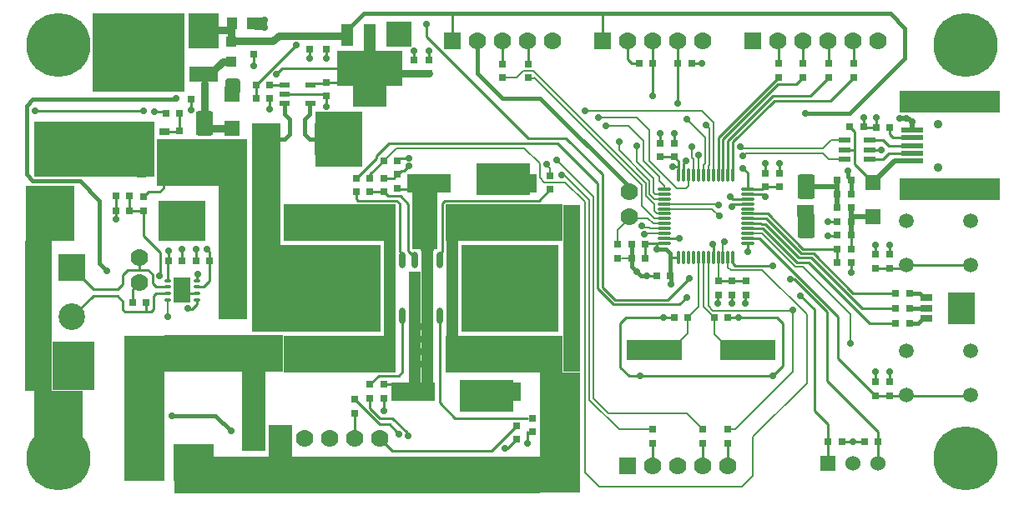
<source format=gtl>
%FSLAX43Y43*%
%MOMM*%
G71*
G01*
G75*
G04 Layer_Physical_Order=1*
G04 Layer_Color=255*
%ADD10R,1.270X0.508*%
%ADD11R,0.762X0.762*%
%ADD12R,2.160X2.500*%
%ADD13R,0.762X0.762*%
%ADD14R,2.300X0.500*%
%ADD15R,2.500X2.000*%
%ADD16R,6.200X5.800*%
%ADD17R,3.000X1.600*%
G04:AMPARAMS|DCode=18|XSize=2.5mm|YSize=1.7mm|CornerRadius=0.212mm|HoleSize=0mm|Usage=FLASHONLY|Rotation=90.000|XOffset=0mm|YOffset=0mm|HoleType=Round|Shape=RoundedRectangle|*
%AMROUNDEDRECTD18*
21,1,2.500,1.275,0,0,90.0*
21,1,2.075,1.700,0,0,90.0*
1,1,0.425,0.637,1.038*
1,1,0.425,0.637,-1.038*
1,1,0.425,-0.637,-1.038*
1,1,0.425,-0.637,1.038*
%
%ADD18ROUNDEDRECTD18*%
%ADD19R,1.524X1.524*%
%ADD20R,2.032X3.175*%
%ADD21R,1.000X1.000*%
%ADD22R,1.016X1.270*%
%ADD23R,3.500X2.200*%
%ADD24R,1.200X2.200*%
%ADD25R,1.100X0.600*%
%ADD26O,0.650X1.650*%
%ADD27R,5.600X2.100*%
%ADD28O,1.450X0.300*%
%ADD29O,0.300X1.450*%
%ADD30R,1.200X0.750*%
%ADD31R,1.700X2.500*%
%ADD32O,0.800X0.350*%
%ADD33R,4.400X1.900*%
%ADD34R,1.000X0.750*%
%ADD35C,0.203*%
%ADD36C,0.254*%
%ADD37C,0.406*%
%ADD38C,0.762*%
%ADD39C,0.508*%
%ADD40R,1.702X1.270*%
%ADD41R,2.667X3.302*%
%ADD42R,4.318X4.953*%
%ADD43R,2.667X15.240*%
%ADD44R,4.953X5.588*%
%ADD45R,6.604X3.556*%
%ADD46R,2.540X2.540*%
%ADD47R,1.219X0.635*%
%ADD48R,12.192X5.588*%
%ADD49R,9.119X4.715*%
%ADD50R,10.160X2.286*%
%ADD51R,4.826X5.588*%
%ADD52R,1.270X9.652*%
%ADD53R,10.262X8.890*%
%ADD54R,9.906X8.890*%
%ADD55R,1.270X13.589*%
%ADD56R,11.430X3.683*%
%ADD57R,11.836X3.683*%
%ADD58R,11.811X3.683*%
%ADD59R,1.270X11.303*%
%ADD60R,2.540X5.842*%
%ADD61R,4.064X14.732*%
%ADD62R,12.040X3.708*%
%ADD63R,2.413X8.128*%
%ADD64R,4.064X12.294*%
%ADD65R,37.160X3.708*%
%ADD66R,4.064X3.683*%
%ADD67R,2.413X3.175*%
%ADD68R,2.921X13.589*%
%ADD69R,4.826X4.064*%
%ADD70R,2.921X21.234*%
%ADD71R,0.889X0.762*%
%ADD72R,3.048X3.556*%
%ADD73R,5.461X3.302*%
%ADD74R,9.271X8.001*%
%ADD75R,4.953X8.890*%
%ADD76R,1.803X17.018*%
%ADD77C,6.500*%
%ADD78R,1.778X1.778*%
%ADD79C,1.778*%
%ADD80R,2.200X2.200*%
%ADD81C,2.200*%
%ADD82C,2.700*%
%ADD83R,2.700X2.700*%
%ADD84R,2.200X2.200*%
%ADD85C,0.900*%
%ADD86R,1.524X1.524*%
%ADD87C,1.524*%
%ADD88C,1.500*%
%ADD89C,0.700*%
%ADD90C,1.000*%
%ADD91C,0.500*%
G36*
X12843Y37586D02*
X13268D01*
Y33026D01*
X12843D01*
Y32531D01*
X11938D01*
Y33026D01*
X8738D01*
Y33776D01*
X9213D01*
Y36836D01*
X8738D01*
Y37586D01*
X11938D01*
Y38081D01*
X12843D01*
Y37586D01*
D02*
G37*
D10*
X83698Y34441D02*
D03*
X83713Y35391D02*
D03*
X83698Y36346D02*
D03*
X86238Y34441D02*
D03*
Y36346D02*
D03*
X86238Y35381D02*
D03*
D11*
X66802Y44196D02*
D03*
X68199D02*
D03*
X62865D02*
D03*
X64262D02*
D03*
X11485Y19829D02*
D03*
X12882D02*
D03*
X9779Y29210D02*
D03*
X11176D02*
D03*
X9779Y30734D02*
D03*
X11176D02*
D03*
X15113Y24130D02*
D03*
X16510D02*
D03*
X17907D02*
D03*
X19304D02*
D03*
X14859Y39116D02*
D03*
X16256D02*
D03*
X17399Y40513D02*
D03*
X18796D02*
D03*
X24003Y41986D02*
D03*
X25400D02*
D03*
X24003Y40589D02*
D03*
X25400D02*
D03*
X36957Y34290D02*
D03*
X38354D02*
D03*
X62103Y24384D02*
D03*
X63500D02*
D03*
X64643Y22606D02*
D03*
X66040D02*
D03*
X62103Y25781D02*
D03*
X63500D02*
D03*
X66421Y18339D02*
D03*
X67818D02*
D03*
X70485D02*
D03*
X71882D02*
D03*
X84238Y37691D02*
D03*
X85635D02*
D03*
X86923Y37679D02*
D03*
X88320D02*
D03*
X82042Y5715D02*
D03*
X83439D02*
D03*
X85725D02*
D03*
X87122D02*
D03*
X88900Y17780D02*
D03*
X90297D02*
D03*
X88900Y19304D02*
D03*
X90297D02*
D03*
X88900Y20828D02*
D03*
X90297D02*
D03*
X82986Y23912D02*
D03*
X84383D02*
D03*
X82986Y25309D02*
D03*
X84383D02*
D03*
X82986Y26706D02*
D03*
X84383D02*
D03*
X82986Y28103D02*
D03*
X84383D02*
D03*
X82986Y29500D02*
D03*
X84383D02*
D03*
X82986Y30897D02*
D03*
X84383D02*
D03*
X82982Y32309D02*
D03*
X84379D02*
D03*
D12*
X17272Y27686D02*
D03*
X21722D02*
D03*
D13*
X12573Y29210D02*
D03*
Y30607D02*
D03*
X50419Y7366D02*
D03*
Y5969D02*
D03*
X52070Y8128D02*
D03*
Y6731D02*
D03*
X34036Y8611D02*
D03*
Y10008D02*
D03*
X35560Y10160D02*
D03*
Y11557D02*
D03*
X36957Y10160D02*
D03*
Y11557D02*
D03*
X49042Y42690D02*
D03*
Y44087D02*
D03*
X51642Y42690D02*
D03*
Y44087D02*
D03*
X84622Y42736D02*
D03*
Y44133D02*
D03*
X82122Y42736D02*
D03*
Y44133D02*
D03*
X77022Y42736D02*
D03*
Y44133D02*
D03*
X79522Y42736D02*
D03*
Y44133D02*
D03*
X16256Y35941D02*
D03*
Y37338D02*
D03*
X23749Y45085D02*
D03*
Y46482D02*
D03*
X31115Y40818D02*
D03*
Y42215D02*
D03*
X29464Y45593D02*
D03*
Y46990D02*
D03*
X31115Y45593D02*
D03*
Y46990D02*
D03*
X40056Y43104D02*
D03*
Y44501D02*
D03*
X41580Y43104D02*
D03*
Y44501D02*
D03*
X35560Y31115D02*
D03*
Y32512D02*
D03*
X34163Y31115D02*
D03*
Y32512D02*
D03*
X36957Y31115D02*
D03*
Y32512D02*
D03*
X38354Y31496D02*
D03*
Y32893D02*
D03*
X53848Y31369D02*
D03*
Y32766D02*
D03*
X60706Y24384D02*
D03*
Y25781D02*
D03*
X64262Y5588D02*
D03*
Y6985D02*
D03*
X69342Y5588D02*
D03*
Y6985D02*
D03*
X71882Y5588D02*
D03*
Y6985D02*
D03*
X73685Y20625D02*
D03*
Y22022D02*
D03*
X72288Y20625D02*
D03*
Y22022D02*
D03*
X70917Y20625D02*
D03*
Y22022D02*
D03*
X75692Y31623D02*
D03*
Y33020D02*
D03*
X77089Y31623D02*
D03*
Y33020D02*
D03*
X86868Y10414D02*
D03*
Y11811D02*
D03*
X88265Y10414D02*
D03*
Y11811D02*
D03*
X86868Y23368D02*
D03*
Y24765D02*
D03*
X88265Y23368D02*
D03*
Y24765D02*
D03*
X65024Y34671D02*
D03*
Y36068D02*
D03*
X66421Y34671D02*
D03*
Y36068D02*
D03*
D14*
X90538Y34214D02*
D03*
Y35814D02*
D03*
Y35014D02*
D03*
Y37414D02*
D03*
Y36614D02*
D03*
D15*
X90638Y31364D02*
D03*
Y40264D02*
D03*
X96138Y31364D02*
D03*
Y40264D02*
D03*
D16*
X11489Y45303D02*
D03*
D17*
X18669Y43053D02*
D03*
Y47553D02*
D03*
D18*
X18796Y38068D02*
D03*
Y34068D02*
D03*
X79781Y27642D02*
D03*
Y31642D02*
D03*
D19*
X21590Y37592D02*
D03*
Y41021D02*
D03*
X86618Y28611D02*
D03*
Y32040D02*
D03*
D20*
X24638Y36449D02*
D03*
X30988D02*
D03*
D21*
X21463Y44355D02*
D03*
Y46355D02*
D03*
D22*
X21539Y48184D02*
D03*
X23571D02*
D03*
D23*
X35560Y40842D02*
D03*
D24*
X33260Y47042D02*
D03*
X35560D02*
D03*
X37860D02*
D03*
D25*
X26894Y40071D02*
D03*
Y41021D02*
D03*
Y41971D02*
D03*
X29494Y40071D02*
D03*
Y41971D02*
D03*
D26*
X36297Y18486D02*
D03*
X37567D02*
D03*
X36297Y24136D02*
D03*
X37567D02*
D03*
X41377Y18486D02*
D03*
X42647D02*
D03*
X38837D02*
D03*
X40107D02*
D03*
X43917D02*
D03*
X45187D02*
D03*
X38837Y24136D02*
D03*
X40107D02*
D03*
X45187D02*
D03*
X41377D02*
D03*
X43917D02*
D03*
X42647D02*
D03*
D27*
X64389Y15037D02*
D03*
X73889D02*
D03*
D28*
X65422Y25876D02*
D03*
Y26376D02*
D03*
Y27876D02*
D03*
Y28376D02*
D03*
Y26876D02*
D03*
Y27376D02*
D03*
Y29876D02*
D03*
Y30376D02*
D03*
Y28876D02*
D03*
Y29376D02*
D03*
Y30876D02*
D03*
Y31376D02*
D03*
X73872Y26876D02*
D03*
Y27376D02*
D03*
Y25876D02*
D03*
Y26376D02*
D03*
Y27876D02*
D03*
Y29376D02*
D03*
Y29876D02*
D03*
Y28376D02*
D03*
Y28876D02*
D03*
Y30376D02*
D03*
Y31376D02*
D03*
Y30876D02*
D03*
D29*
X66897Y24401D02*
D03*
X68397D02*
D03*
X67897D02*
D03*
X67397D02*
D03*
X66897Y32851D02*
D03*
X68397D02*
D03*
X67397D02*
D03*
X67897D02*
D03*
X71397Y24401D02*
D03*
X70897D02*
D03*
X72397D02*
D03*
X71897D02*
D03*
X69397D02*
D03*
X68897D02*
D03*
X70397D02*
D03*
X69897D02*
D03*
X68897Y32851D02*
D03*
X69397D02*
D03*
X70397D02*
D03*
X69897D02*
D03*
X71397D02*
D03*
X70897D02*
D03*
X72397D02*
D03*
X71897D02*
D03*
D30*
X91972Y18229D02*
D03*
Y19304D02*
D03*
Y20379D02*
D03*
X94972Y18229D02*
D03*
X94972Y20379D02*
D03*
Y19304D02*
D03*
D31*
X16514Y21124D02*
D03*
D32*
X18014Y22099D02*
D03*
Y21449D02*
D03*
Y20799D02*
D03*
Y20149D02*
D03*
X15014Y22099D02*
D03*
Y21449D02*
D03*
Y20799D02*
D03*
Y20149D02*
D03*
D33*
X39948Y10770D02*
D03*
X48648D02*
D03*
X41592Y32004D02*
D03*
X50292D02*
D03*
D34*
X9143Y33401D02*
D03*
Y34671D02*
D03*
Y35941D02*
D03*
Y37211D02*
D03*
X14733Y33401D02*
D03*
Y34671D02*
D03*
Y35941D02*
D03*
Y37211D02*
D03*
D35*
X58699Y38659D02*
X62611D01*
X63906Y37363D01*
Y34265D02*
Y37363D01*
X59487Y37770D02*
X61824D01*
X63348Y34239D02*
Y36246D01*
X61824Y37770D02*
X63348Y36246D01*
X57404Y39370D02*
X69215D01*
X62611Y34188D02*
Y35814D01*
X60833Y35357D02*
Y36195D01*
X65422Y29876D02*
X70861D01*
X70243Y29376D02*
X70993Y28626D01*
X65422Y29376D02*
X70243D01*
X78719Y23506D02*
X79491D01*
X75349Y26876D02*
X78719Y23506D01*
X71397Y24401D02*
Y25956D01*
X67716Y8611D02*
X69342Y6985D01*
X72644D02*
X78486Y12827D01*
X71882Y6985D02*
X72644D01*
X63373Y26797D02*
X63452Y26876D01*
X65422D01*
X70485Y16637D02*
Y18339D01*
Y16637D02*
X72085Y15037D01*
X73889D01*
X67818Y16764D02*
Y18339D01*
X66091Y15037D02*
X67818Y16764D01*
X64389Y15037D02*
X66091D01*
X67691Y38481D02*
X69584Y36588D01*
X69666Y37903D02*
X69990Y37579D01*
Y33795D02*
Y37579D01*
X70397Y32851D02*
Y38188D01*
X69215Y39370D02*
X70397Y38188D01*
X69584Y33964D02*
Y36588D01*
X66726Y31445D02*
X67589D01*
X67897Y31753D01*
X65422Y31376D02*
Y31682D01*
X52177Y42607D02*
X52260Y42690D01*
X51725Y42607D02*
X52177D01*
X51642Y42690D02*
X51725Y42607D01*
X67897Y31753D02*
Y32851D01*
X68224Y34573D02*
Y35686D01*
Y34573D02*
X68371Y34425D01*
Y32851D02*
Y34425D01*
X69897Y33702D02*
X69990Y33795D01*
X69442Y33822D02*
X69584Y33964D01*
X69442Y32896D02*
Y33822D01*
X69397Y32851D02*
X69442Y32896D01*
X69897Y32851D02*
Y33702D01*
X72161Y23190D02*
X75362D01*
X71897Y23455D02*
X72161Y23190D01*
X71897Y23455D02*
Y24401D01*
X69897Y19511D02*
Y24401D01*
X84328Y15748D02*
Y18669D01*
X79491Y23506D02*
X84328Y18669D01*
X73872Y26876D02*
X75349D01*
X75362Y23190D02*
X79883Y18669D01*
X73406Y34798D02*
X73660Y35052D01*
X68897Y32851D02*
Y34734D01*
X79883Y11684D02*
Y18669D01*
X78486Y19076D02*
Y19203D01*
Y12827D02*
Y19076D01*
X69397Y19427D02*
Y24401D01*
X74422Y6223D02*
X79883Y11684D01*
X74422Y2286D02*
Y6223D01*
X61087Y24384D02*
X62103D01*
X58801Y1143D02*
X73279D01*
X74422Y2286D01*
X81534Y35052D02*
X82145Y34441D01*
X73660Y35052D02*
X81534D01*
Y35560D02*
X82320Y36346D01*
X73279Y35560D02*
X81534D01*
X82145Y34441D02*
X83698D01*
X82320Y36346D02*
X83698D01*
X15014Y18443D02*
Y20149D01*
X68897Y19418D02*
Y24401D01*
X70897Y22677D02*
Y24401D01*
X67818Y18339D02*
X68897Y19418D01*
X69397Y19427D02*
X70485Y18339D01*
X70917Y22022D02*
Y22657D01*
X36957Y34290D02*
X38227Y35560D01*
X51135Y43376D02*
X52149D01*
X49042Y42690D02*
X50449D01*
X51135Y43376D01*
X69897Y19511D02*
X70358Y19050D01*
X78460D01*
X59766Y8611D02*
X67716D01*
X54508Y34366D02*
X58242Y30632D01*
Y10135D02*
X59766Y8611D01*
X58242Y10135D02*
Y30632D01*
X55245Y32842D02*
X57810Y30277D01*
X55372Y32080D02*
X57353Y30099D01*
Y2591D02*
Y30099D01*
X60817Y6985D02*
X64262D01*
X57810Y9992D02*
X60817Y6985D01*
X57810Y9992D02*
Y30277D01*
X57353Y2591D02*
X58801Y1143D01*
X61443Y27991D02*
X61900Y28448D01*
X63102Y27452D02*
X63887D01*
X63963Y27376D01*
X65422D01*
X61900Y28448D02*
X63754D01*
X64326Y27876D01*
X65422D01*
X60706Y25781D02*
Y27254D01*
X61443Y27991D01*
X60833Y35357D02*
X63932Y32258D01*
Y30870D02*
Y32258D01*
X64426Y30376D02*
X65422D01*
X52149Y43376D02*
X63525Y32000D01*
Y30702D02*
Y32000D01*
X63932Y30870D02*
X64426Y30376D01*
X63906Y34265D02*
X66726Y31445D01*
X63348Y34239D02*
X64922Y32664D01*
Y32182D02*
Y32664D01*
Y32182D02*
X65422Y31682D01*
X62611Y34188D02*
X64338Y32461D01*
Y31039D02*
Y32461D01*
Y31039D02*
X64501Y30876D01*
X65422D01*
X63525Y30702D02*
X64389Y29839D01*
X65377Y28921D02*
X65422Y28876D01*
X64658Y28921D02*
X65377D01*
X64389Y29190D02*
Y29839D01*
Y29190D02*
X64658Y28921D01*
X52260Y42690D02*
X63119Y31831D01*
Y29658D02*
Y31831D01*
Y29658D02*
X64401Y28376D01*
X65422D01*
X38227Y35560D02*
X51181D01*
X54864Y32842D02*
X55245D01*
X51181Y35560D02*
X52784Y33957D01*
Y32560D02*
Y33957D01*
Y32560D02*
X53264Y32080D01*
X55372D01*
X53467Y33909D02*
X53848Y33528D01*
Y32766D02*
Y33528D01*
D36*
X72263Y29591D02*
X72548Y29876D01*
X75097Y26376D02*
X83058Y18415D01*
X78898Y23937D02*
X80076D01*
X75459Y27376D02*
X78898Y23937D01*
X79087Y24395D02*
X80369D01*
X75649Y27833D02*
X79087Y24395D01*
X79277Y24852D02*
X80558D01*
X75753Y28376D02*
X79277Y24852D01*
X79466Y25309D02*
X82986D01*
X75899Y28876D02*
X79466Y25309D01*
X83058Y14224D02*
Y18415D01*
X66980Y19660D02*
X67691Y20371D01*
X73872Y25036D02*
Y25876D01*
X65735Y20117D02*
X67945Y22327D01*
X60464Y20117D02*
X65735D01*
X60274Y19660D02*
X66980D01*
X36195Y34757D02*
X37506Y36068D01*
X72619Y23622D02*
X76454D01*
X65422Y26376D02*
X66889D01*
X67397Y33996D02*
X67615Y34214D01*
X70897Y32851D02*
Y36611D01*
X71397Y32851D02*
Y36464D01*
X71897Y32851D02*
Y36318D01*
X72397Y32851D02*
Y36171D01*
X66421Y34671D02*
X66897Y34195D01*
Y33655D02*
Y34195D01*
X70397Y24401D02*
Y25742D01*
X72397Y23844D02*
Y24401D01*
Y23844D02*
X72619Y23622D01*
X67397Y32851D02*
Y33996D01*
X83058Y14224D02*
X86868Y10414D01*
X73872Y26376D02*
X75097D01*
X78601Y22225D02*
X81915Y18911D01*
X78232Y22225D02*
X78601D01*
X80645Y8890D02*
Y19177D01*
X79248Y20574D02*
X80645Y19177D01*
X86233Y17780D02*
X88900D01*
X80076Y23937D02*
X86233Y17780D01*
X73872Y27376D02*
X75459D01*
X85459Y19304D02*
X88900D01*
X80369Y24395D02*
X85459Y19304D01*
X75291Y27833D02*
X75649D01*
X84582Y20828D02*
X88900D01*
X80558Y24852D02*
X84582Y20828D01*
X73872Y28376D02*
X75753D01*
X73152Y35687D02*
X73279Y35560D01*
X72397Y36171D02*
X76612Y40386D01*
X71897Y36318D02*
X76422Y40843D01*
X76612Y40386D02*
X82272D01*
X76422Y40843D02*
X80229D01*
X78811Y42025D02*
X79522Y42736D01*
X76957Y42025D02*
X78811D01*
X71397Y36464D02*
X76957Y42025D01*
X66802Y40132D02*
Y44196D01*
X66782Y44187D02*
Y46462D01*
X64282Y44187D02*
Y46462D01*
X64262Y40894D02*
Y44196D01*
X72136Y30607D02*
X72367Y30376D01*
X73872D01*
X72548Y29876D02*
X73872D01*
X73660Y19812D02*
Y20599D01*
X70866Y19812D02*
Y20574D01*
X72288Y22022D02*
X73685D01*
X70917D02*
X72288D01*
X64643Y25876D02*
X65422D01*
X66897Y32851D02*
Y33655D01*
X63500Y24384D02*
Y25781D01*
X70897Y36611D02*
X77022Y42736D01*
X80229Y40843D02*
X82122Y42736D01*
X82272Y40386D02*
X84622Y42736D01*
X73872Y28876D02*
X75899D01*
X73872Y27876D02*
X75248D01*
X75291Y27833D01*
X75423Y30876D02*
X75692Y30607D01*
X73872Y30876D02*
X75423D01*
X77089Y33020D02*
Y34036D01*
X75692Y33020D02*
Y34036D01*
Y31623D02*
X77089D01*
X66421Y36068D02*
Y37084D01*
X65024Y36068D02*
Y37084D01*
Y34671D02*
X66421D01*
X63627Y22606D02*
X64643D01*
X68199Y44196D02*
X69215D01*
X61722Y44577D02*
Y46482D01*
Y44577D02*
X62103Y44196D01*
X62865D01*
X15113Y24130D02*
Y25146D01*
X26060Y43078D02*
X26670Y43688D01*
X1575Y39345D02*
X12573D01*
X17399Y39675D02*
Y40513D01*
X26670Y43688D02*
X32258D01*
X37973Y32512D02*
X38354Y32893D01*
X36957Y32512D02*
X37973D01*
X39025Y33259D02*
X39497Y33731D01*
X38748Y33259D02*
X39025D01*
X38383Y32893D02*
X38748Y33259D01*
X38354Y32893D02*
X38383D01*
X82042Y3556D02*
Y5715D01*
Y5461D02*
Y7493D01*
X80645Y8890D02*
X82042Y7493D01*
X83439Y5715D02*
X85725D01*
X86868Y11811D02*
Y12827D01*
X88265Y11811D02*
Y12827D01*
Y10414D02*
X96432D01*
X86868D02*
X88265D01*
X82986Y23912D02*
Y25309D01*
X89968Y23658D02*
X96468D01*
X89678Y23368D02*
X89968Y23658D01*
X88265Y23368D02*
X89678D01*
X86868D02*
X88265D01*
X94972Y18229D02*
X96325D01*
X94972Y19304D02*
X96393D01*
X94972Y20379D02*
X96334D01*
X71882Y3302D02*
Y5588D01*
X69342Y3302D02*
Y5588D01*
X64262Y3302D02*
Y5588D01*
X41275Y46904D02*
Y48133D01*
X24003Y41986D02*
X28067Y46050D01*
X24003Y40589D02*
Y41986D01*
X19304Y22098D02*
Y24130D01*
X18655Y21449D02*
X19304Y22098D01*
X84622Y44133D02*
Y46442D01*
X82122Y44133D02*
Y46402D01*
X79522Y44133D02*
Y46462D01*
X77022Y44133D02*
Y46422D01*
X51642Y44087D02*
Y46402D01*
X49042Y44087D02*
Y46462D01*
X31115Y42164D02*
Y42215D01*
X32588D01*
X40005Y44552D02*
Y45466D01*
X41580Y44501D02*
Y45466D01*
X43942Y46482D02*
Y49149D01*
X33260Y47042D02*
Y47535D01*
X23749Y43942D02*
Y45085D01*
X31115Y39751D02*
Y40818D01*
X16256Y37338D02*
Y39116D01*
X16129Y37211D02*
X16256Y37338D01*
X14733Y37211D02*
X16129D01*
X11485Y21200D02*
X12196Y21912D01*
X11485Y19829D02*
Y21200D01*
X84738Y33920D02*
Y37191D01*
X83713Y35391D02*
X84689D01*
X84738Y33920D02*
X86618Y32040D01*
X88320Y36942D02*
Y37679D01*
Y36942D02*
X88648Y36614D01*
X90538D01*
X88195Y35014D02*
X90538D01*
X87622Y34441D02*
X88195Y35014D01*
X86238Y34441D02*
X87622D01*
X88178Y35814D02*
X90538D01*
X87646Y36346D02*
X88178Y35814D01*
X86238Y36346D02*
X87646D01*
X84238Y37691D02*
X84738Y37191D01*
X86238Y35381D02*
X87476D01*
X86893Y37708D02*
X86923Y37679D01*
X86893Y37708D02*
Y38633D01*
X85649Y37705D02*
Y38633D01*
X85647Y37679D02*
X86923D01*
X82042Y26670D02*
X82950D01*
X82042Y28092D02*
X82975D01*
X88265Y24765D02*
Y25730D01*
X84404Y22885D02*
Y23891D01*
X25415Y41971D02*
X26894D01*
X40107Y24136D02*
Y24455D01*
X39472Y25090D02*
X40107Y24455D01*
X39472Y25090D02*
Y29820D01*
X38583Y24994D02*
X38837Y24740D01*
Y24136D02*
Y24740D01*
X42647Y24136D02*
Y24740D01*
X42901Y24994D01*
X38837Y12802D02*
Y18486D01*
X5334Y18390D02*
X7493Y20549D01*
X5334Y23390D02*
X7515Y21209D01*
X12196Y23186D02*
Y24452D01*
X10990Y23182D02*
X13039D01*
X10496Y22688D02*
X10990Y23182D01*
X9957Y21209D02*
X10496Y21749D01*
Y22688D01*
X7515Y21209D02*
X9957D01*
X7493Y20549D02*
X9931D01*
X10516Y19126D02*
X10719Y18923D01*
X10516Y19126D02*
Y19964D01*
X9931Y20549D02*
X10516Y19964D01*
X13360Y18923D02*
X13614Y19177D01*
Y20549D01*
X13865Y20799D01*
X12882Y18927D02*
Y19829D01*
X10719Y18923D02*
X13360D01*
X13865Y20799D02*
X15014D01*
X13828Y21449D02*
X15014D01*
X16839Y20799D02*
X18014D01*
X29464Y44704D02*
Y45593D01*
X31115Y44704D02*
Y45593D01*
X17907Y24130D02*
Y25273D01*
X16510Y24130D02*
Y25273D01*
X18014Y21449D02*
X18655D01*
X18014Y22099D02*
Y22967D01*
X13716Y39243D02*
X14732D01*
X11176Y29210D02*
Y30734D01*
X9779Y29210D02*
Y30734D01*
X25400Y39497D02*
Y40589D01*
X26894Y41021D02*
X30988D01*
X31039Y42088D02*
X31115Y42164D01*
X29611Y42088D02*
X31039D01*
X11176Y29210D02*
X12573D01*
Y30607D02*
X13081Y31115D01*
X14224D01*
X14605Y31496D01*
Y32893D01*
X9779Y28321D02*
Y29210D01*
X12573Y26670D02*
Y29210D01*
X34036Y6096D02*
Y8611D01*
X60960Y13259D02*
X61849Y12370D01*
X76454D01*
X77470Y13386D01*
Y17704D01*
X71882Y18339D02*
X76835D01*
X77470Y17704D01*
X60960Y13259D02*
Y17780D01*
X61519Y18339D01*
X66421D01*
X38354Y31369D02*
X40569D01*
X38481Y12446D02*
X38837Y12802D01*
X36449Y12446D02*
X38481D01*
X38583Y24994D02*
Y29906D01*
X38288Y30201D02*
X38583Y29906D01*
X34315Y30201D02*
X38288D01*
X38633Y30658D02*
X39472Y29820D01*
X34163Y30353D02*
X34315Y30201D01*
X34163Y30353D02*
Y31115D01*
X37414Y30658D02*
X38633D01*
X36957Y31115D02*
X37414Y30658D01*
X35560Y31115D02*
X36957D01*
Y31369D02*
X37125D01*
X34163Y32512D02*
X36195Y34544D01*
X35560Y32893D02*
X36957Y34290D01*
X35560Y32512D02*
Y32893D01*
X38557Y34493D02*
X39497D01*
X38354Y34290D02*
X38557Y34493D01*
X42901Y24994D02*
Y29947D01*
X43180Y30226D01*
X36195Y34544D02*
Y34757D01*
X66294Y33655D02*
X66897D01*
X73872Y31376D02*
X75438D01*
X86868Y24765D02*
Y25730D01*
X63595Y25876D02*
X64643D01*
X73406Y33528D02*
X73872Y33062D01*
Y31376D02*
Y33062D01*
X72263Y19812D02*
Y20599D01*
X64643Y25273D02*
Y25876D01*
X66057Y24401D02*
X66897D01*
X66040Y24384D02*
X66057Y24401D01*
X19304Y24130D02*
Y24943D01*
X18999Y25248D02*
X19304Y24943D01*
X12573Y26670D02*
X14275Y24968D01*
X59182Y46482D02*
Y49149D01*
X59233Y49200D01*
X59182Y21398D02*
X60464Y20117D01*
X59182Y21398D02*
Y32868D01*
X58674Y21260D02*
X60274Y19660D01*
X58674Y21260D02*
Y31979D01*
X39370Y6604D02*
Y6626D01*
X15014Y22099D02*
Y24031D01*
X14199Y22555D02*
X14275Y22631D01*
Y24968D01*
X13513Y21764D02*
X13828Y21449D01*
X13513Y21764D02*
Y22708D01*
X13039Y23182D02*
X13513Y22708D01*
X18014Y22967D02*
X18059Y22922D01*
X37506Y36068D02*
X54585D01*
X41275Y46904D02*
X51603Y36576D01*
X55474D01*
X59182Y32868D01*
X54585Y36068D02*
X58674Y31979D01*
X18014Y19665D02*
Y20149D01*
X17526Y19177D02*
X18014Y19665D01*
X17120Y19177D02*
X17526D01*
X17043Y19253D02*
X17120Y19177D01*
X84383Y25309D02*
Y26706D01*
X81915Y11938D02*
Y18911D01*
Y11938D02*
X87122Y6731D01*
Y3556D02*
Y6731D01*
X43180Y30226D02*
X52705D01*
X53848Y31369D01*
X34036Y10008D02*
X36551Y7493D01*
X37541D01*
X38278Y6756D01*
X37868Y8128D02*
X39370Y6626D01*
X36576Y8128D02*
X37868D01*
X35560Y9144D02*
X36576Y8128D01*
X35560Y9144D02*
Y10160D01*
Y11557D02*
X36449Y12446D01*
X36957Y11557D02*
X37973D01*
X36957Y8890D02*
Y10160D01*
X36576Y6096D02*
X37846Y4826D01*
X42647Y9677D02*
Y18486D01*
Y9677D02*
X44196Y8128D01*
X51562D01*
Y5588D02*
Y6731D01*
X49276Y5080D02*
X49530D01*
X50419Y5969D01*
X37846Y4826D02*
X47879D01*
X50419Y7366D01*
D37*
X1372Y40513D02*
X15824D01*
X711Y39853D02*
X1372Y40513D01*
X711Y32877D02*
Y39853D01*
Y32877D02*
X1356Y32233D01*
X89789Y44704D02*
Y47752D01*
X88341Y49200D02*
X89789Y47752D01*
X84201Y39116D02*
X89789Y44704D01*
X79756Y39116D02*
X84201D01*
X79781Y27642D02*
Y28042D01*
X90297Y17780D02*
X91186D01*
X91635Y18229D01*
X91972D01*
X90297Y19304D02*
X91972D01*
X90297Y20828D02*
X91313D01*
X91762Y20379D01*
X91972D01*
X8128Y23876D02*
X8890Y23114D01*
X8128Y23876D02*
Y30226D01*
X6121Y32233D02*
X8128Y30226D01*
X1356Y32233D02*
X6121D01*
X33260Y47535D02*
X34925Y49200D01*
X25146Y36449D02*
X26924D01*
X28956Y36957D02*
X29464Y36449D01*
X28956Y36957D02*
Y38481D01*
X29464Y36449D02*
X31369D01*
X26924D02*
X27432Y36957D01*
Y38481D01*
X26924Y38989D02*
X27432Y38481D01*
X26924Y38989D02*
Y40071D01*
X28956Y38481D02*
X29464Y38989D01*
Y40071D01*
Y46990D02*
X30988D01*
X46482Y43180D02*
Y46482D01*
Y43180D02*
X49022Y40640D01*
X52832D01*
X64643Y25273D02*
X65608D01*
X66040Y24841D01*
X66057Y22623D02*
Y24401D01*
X66040Y22606D02*
X66057Y22623D01*
X66040Y24384D02*
Y24841D01*
X66065Y21692D02*
Y22581D01*
X66040Y22606D02*
X66065Y22581D01*
X34925Y49200D02*
X59233D01*
X88341D01*
X15469Y8382D02*
X19914D01*
X21463Y6833D01*
X63017Y22606D02*
X63627D01*
X62103Y23520D02*
X63017Y22606D01*
X62103Y23520D02*
Y24384D01*
Y25781D01*
X52832Y40640D02*
X61874Y31598D01*
Y31090D02*
Y31598D01*
X84383Y30897D02*
Y32305D01*
X84379Y32309D02*
X84383Y32305D01*
X84049Y32639D02*
Y33249D01*
Y32639D02*
X84379Y32309D01*
D38*
X40056Y43104D02*
X41580D01*
X37897D02*
X40056D01*
X31115Y46990D02*
X33208D01*
X29464D02*
X31115D01*
X26289D02*
X29464D01*
X21565Y46457D02*
X25756D01*
X33208Y46990D02*
X33260Y47042D01*
X25756Y46457D02*
X26289Y46990D01*
X21463Y46355D02*
Y48108D01*
X18669Y47553D02*
X21433D01*
X19272Y37592D02*
X21590D01*
X18796Y38068D02*
Y40513D01*
Y42164D01*
X21209Y42291D02*
X21971D01*
X21209Y41402D02*
Y42291D01*
X21971Y41402D02*
Y42291D01*
X21463Y46355D02*
X21844D01*
X18669Y43053D02*
X19304D01*
X20606Y44355D01*
X21463D01*
D39*
X84383Y26706D02*
Y28103D01*
Y28611D02*
X86618D01*
X84383Y28103D02*
Y29500D01*
X82986D02*
Y30897D01*
X86618Y32040D02*
X88792Y34214D01*
X90538D01*
X79781Y31642D02*
X82979D01*
X82986Y30897D02*
Y32305D01*
X90538Y37414D02*
Y38214D01*
X90170Y38608D02*
X90551Y38227D01*
X89281Y38608D02*
X90170D01*
X23952Y47803D02*
X24841D01*
X23952Y48565D02*
X24841D01*
Y47803D02*
Y48565D01*
D40*
X79769Y29159D02*
D03*
D41*
X95567Y19304D02*
D03*
D42*
X5461Y13399D02*
D03*
D43*
X1969Y18542D02*
D03*
D44*
X3112Y28956D02*
D03*
D45*
X35560Y43688D02*
D03*
D46*
X38481Y47117D02*
D03*
D47*
X35560Y45657D02*
D03*
D48*
X7620Y35433D02*
D03*
D49*
X18529Y34091D02*
D03*
D50*
X94361Y31369D02*
D03*
Y40269D02*
D03*
D51*
X32385Y36449D02*
D03*
D52*
X43917Y21311D02*
D03*
X37567D02*
D03*
D53*
X31547D02*
D03*
D54*
X49759Y21311D02*
D03*
D55*
X41377Y18453D02*
D03*
D56*
X32487Y27978D02*
D03*
Y14643D02*
D03*
D57*
X49200D02*
D03*
D58*
X49187Y27978D02*
D03*
D59*
X40107Y17310D02*
D03*
D60*
X41123Y28169D02*
D03*
D61*
X12700Y9144D02*
D03*
D62*
X20752Y14656D02*
D03*
D63*
X23812Y8890D02*
D03*
D64*
X54839Y6655D02*
D03*
D65*
X34252Y2362D02*
D03*
D66*
X17700Y3619D02*
D03*
D67*
X26479Y5779D02*
D03*
D68*
X21628Y24955D02*
D03*
D69*
X16510Y28194D02*
D03*
D70*
X25057Y27483D02*
D03*
D71*
X24397Y48184D02*
D03*
D72*
X18669Y47498D02*
D03*
D73*
X49079Y32360D02*
D03*
X47435Y10414D02*
D03*
D74*
X12128Y45276D02*
D03*
D75*
X4001Y6477D02*
D03*
D76*
X55994Y21311D02*
D03*
D77*
X4000Y46000D02*
D03*
X96000D02*
D03*
X4000Y4000D02*
D03*
X96000D02*
D03*
D78*
X61722Y3302D02*
D03*
X23876Y6096D02*
D03*
X59182Y46482D02*
D03*
X43942D02*
D03*
X74422D02*
D03*
D79*
X64262Y3302D02*
D03*
X66802Y3302D02*
D03*
X69342Y3302D02*
D03*
X71882Y3302D02*
D03*
X26416Y6096D02*
D03*
X28956Y6096D02*
D03*
X31496Y6096D02*
D03*
X34036Y6096D02*
D03*
X36576Y6096D02*
D03*
X61722Y46482D02*
D03*
X64262Y46482D02*
D03*
X66802Y46482D02*
D03*
X69342Y46482D02*
D03*
X46482Y46482D02*
D03*
X49022Y46482D02*
D03*
X51562Y46482D02*
D03*
X54102Y46482D02*
D03*
X76962Y46482D02*
D03*
X79502Y46482D02*
D03*
X82042Y46482D02*
D03*
X84582Y46482D02*
D03*
X87122Y46482D02*
D03*
X12196Y24452D02*
D03*
X12196Y21912D02*
D03*
X61874Y31090D02*
D03*
X61874Y28550D02*
D03*
D80*
X3556Y35560D02*
D03*
D81*
Y30560D02*
D03*
X17700Y3556D02*
D03*
D82*
X5334Y13390D02*
D03*
Y18390D02*
D03*
D83*
Y23390D02*
D03*
D84*
X12700Y3556D02*
D03*
D85*
X93188Y33614D02*
D03*
Y38014D02*
D03*
D86*
X82042Y3556D02*
D03*
D87*
X84582D02*
D03*
X87122D02*
D03*
D88*
X89968Y10450D02*
D03*
Y14950D02*
D03*
X96468Y10450D02*
D03*
Y14950D02*
D03*
X89968Y23658D02*
D03*
Y28158D02*
D03*
X96468Y23658D02*
D03*
Y28158D02*
D03*
D89*
X54508Y34366D02*
D03*
X58699Y38659D02*
D03*
X59461Y37770D02*
D03*
X70942Y29794D02*
D03*
X70993Y28626D02*
D03*
X72263Y29591D02*
D03*
X73889Y25019D02*
D03*
X67691Y20371D02*
D03*
X71501Y26060D02*
D03*
X67945Y22327D02*
D03*
X76429Y12395D02*
D03*
X65380Y18339D02*
D03*
X63373Y26797D02*
D03*
X66929Y26416D02*
D03*
X62611Y35814D02*
D03*
X67691Y38481D02*
D03*
X60833Y36195D02*
D03*
X69666Y37903D02*
D03*
X67615Y34214D02*
D03*
X68929Y34865D02*
D03*
X68250Y35712D02*
D03*
X73152Y35687D02*
D03*
X53467Y33909D02*
D03*
X57404Y39370D02*
D03*
X70358Y25781D02*
D03*
X84328Y15748D02*
D03*
X78232Y22225D02*
D03*
X79248Y20574D02*
D03*
X78486Y19076D02*
D03*
X73406Y34798D02*
D03*
X64262Y40894D02*
D03*
X66802Y40132D02*
D03*
X72136Y30607D02*
D03*
X73660Y19812D02*
D03*
X70866D02*
D03*
X66294Y33655D02*
D03*
X64643Y25273D02*
D03*
X75692Y30607D02*
D03*
X77089Y34036D02*
D03*
X75692D02*
D03*
X66421Y37084D02*
D03*
X65024D02*
D03*
X63627Y22606D02*
D03*
X69215Y44196D02*
D03*
X26060Y43078D02*
D03*
X1575Y39345D02*
D03*
X12573D02*
D03*
X17393Y39375D02*
D03*
X15926Y40615D02*
D03*
X3810Y27686D02*
D03*
X2540D02*
D03*
X3810Y26670D02*
D03*
X2540D02*
D03*
Y28702D02*
D03*
X3810D02*
D03*
X5080D02*
D03*
Y27686D02*
D03*
Y26670D02*
D03*
X15113Y25146D02*
D03*
X84582Y5715D02*
D03*
X86868Y12827D02*
D03*
X88265D02*
D03*
X79756Y39116D02*
D03*
X80137Y29337D02*
D03*
X79375D02*
D03*
X96393Y20396D02*
D03*
Y19304D02*
D03*
Y18237D02*
D03*
X41275Y48133D02*
D03*
X28067Y46050D02*
D03*
X8890Y23114D02*
D03*
X16129Y41910D02*
D03*
X15014Y18443D02*
D03*
X38100Y42926D02*
D03*
Y43942D02*
D03*
Y44958D02*
D03*
X37084D02*
D03*
Y43942D02*
D03*
Y42926D02*
D03*
X36068D02*
D03*
Y43942D02*
D03*
X35052D02*
D03*
Y42926D02*
D03*
X34036D02*
D03*
Y43942D02*
D03*
X36068Y44958D02*
D03*
X35052D02*
D03*
X34036D02*
D03*
X33020Y42926D02*
D03*
Y43942D02*
D03*
Y44958D02*
D03*
X41580Y45466D02*
D03*
X40005D02*
D03*
X39243Y46355D02*
D03*
Y47117D02*
D03*
Y47879D02*
D03*
X23749Y43942D02*
D03*
X19050Y46228D02*
D03*
X18288D02*
D03*
X17526D02*
D03*
X19812D02*
D03*
X87478Y35382D02*
D03*
X85649Y38633D02*
D03*
X86893Y38659D02*
D03*
X82042Y28092D02*
D03*
Y26670D02*
D03*
X88265Y25730D02*
D03*
X92583Y40894D02*
D03*
X93345D02*
D03*
X94107D02*
D03*
X92669Y30734D02*
D03*
X93431D02*
D03*
X94193D02*
D03*
X89281Y38608D02*
D03*
X90551Y38227D02*
D03*
X89967Y38608D02*
D03*
X84404Y22885D02*
D03*
X32766Y34925D02*
D03*
Y35687D02*
D03*
Y36449D02*
D03*
Y37211D02*
D03*
Y37973D02*
D03*
Y38735D02*
D03*
X32004D02*
D03*
X31242D02*
D03*
X30480D02*
D03*
X32766Y34163D02*
D03*
X32004D02*
D03*
X31242D02*
D03*
X30480D02*
D03*
X45187Y22581D02*
D03*
Y21946D02*
D03*
Y21311D02*
D03*
Y20676D02*
D03*
Y20041D02*
D03*
X46457Y22581D02*
D03*
Y23851D02*
D03*
Y25121D02*
D03*
Y21311D02*
D03*
Y20041D02*
D03*
Y18771D02*
D03*
Y17501D02*
D03*
X47727D02*
D03*
Y18771D02*
D03*
Y20041D02*
D03*
Y21311D02*
D03*
Y25121D02*
D03*
Y23851D02*
D03*
Y22581D02*
D03*
X48997Y17501D02*
D03*
Y18771D02*
D03*
Y20041D02*
D03*
Y21311D02*
D03*
Y25121D02*
D03*
Y23851D02*
D03*
Y22581D02*
D03*
X50267Y17501D02*
D03*
Y18771D02*
D03*
Y20041D02*
D03*
Y21311D02*
D03*
Y25121D02*
D03*
Y23851D02*
D03*
Y22581D02*
D03*
X51537Y17501D02*
D03*
Y18771D02*
D03*
Y20041D02*
D03*
Y21311D02*
D03*
Y25121D02*
D03*
Y23851D02*
D03*
Y22581D02*
D03*
X52807Y17501D02*
D03*
Y18771D02*
D03*
Y20041D02*
D03*
Y21311D02*
D03*
Y25121D02*
D03*
Y23851D02*
D03*
Y22581D02*
D03*
X54077Y17501D02*
D03*
Y18771D02*
D03*
Y20041D02*
D03*
Y21311D02*
D03*
Y25121D02*
D03*
Y23851D02*
D03*
Y22581D02*
D03*
X37313Y25375D02*
D03*
X37821Y25883D02*
D03*
X37313Y26391D02*
D03*
X37821Y26899D02*
D03*
X37313Y27407D02*
D03*
X37821Y27915D02*
D03*
X37313Y28423D02*
D03*
X37821Y28931D02*
D03*
X37313Y29439D02*
D03*
X36297Y29312D02*
D03*
Y28042D02*
D03*
Y26772D02*
D03*
X35027Y29312D02*
D03*
Y28042D02*
D03*
Y26772D02*
D03*
X33757Y29312D02*
D03*
Y28042D02*
D03*
Y26772D02*
D03*
X32487Y29312D02*
D03*
Y28042D02*
D03*
Y26772D02*
D03*
X31217Y29312D02*
D03*
Y28042D02*
D03*
Y26772D02*
D03*
X29947Y29312D02*
D03*
Y28042D02*
D03*
Y26772D02*
D03*
X28677Y29312D02*
D03*
Y28042D02*
D03*
Y26772D02*
D03*
X27407Y29312D02*
D03*
Y28042D02*
D03*
Y26772D02*
D03*
X36297Y20041D02*
D03*
Y20676D02*
D03*
Y21311D02*
D03*
Y21946D02*
D03*
Y22581D02*
D03*
X54077Y15850D02*
D03*
Y14580D02*
D03*
Y13310D02*
D03*
X52807Y15850D02*
D03*
Y14580D02*
D03*
Y13310D02*
D03*
X51537Y15850D02*
D03*
Y14580D02*
D03*
Y13310D02*
D03*
X50267Y15850D02*
D03*
Y14580D02*
D03*
Y13310D02*
D03*
X48997Y15850D02*
D03*
Y14580D02*
D03*
Y13310D02*
D03*
X47727Y15850D02*
D03*
Y14580D02*
D03*
Y13310D02*
D03*
X46457Y15850D02*
D03*
Y14580D02*
D03*
Y13310D02*
D03*
X45187Y15850D02*
D03*
Y14580D02*
D03*
Y13310D02*
D03*
X44171Y13183D02*
D03*
X43663Y13691D02*
D03*
X44171Y14199D02*
D03*
X43663Y14707D02*
D03*
X44171Y15215D02*
D03*
X43663Y15723D02*
D03*
X44171Y16231D02*
D03*
X43663Y16739D02*
D03*
X44171Y17247D02*
D03*
X27407Y15850D02*
D03*
Y14580D02*
D03*
Y13310D02*
D03*
X28677Y15850D02*
D03*
Y14580D02*
D03*
Y13310D02*
D03*
X29947Y15850D02*
D03*
Y14580D02*
D03*
Y13310D02*
D03*
X31217Y15850D02*
D03*
Y14580D02*
D03*
Y13310D02*
D03*
X32487Y15850D02*
D03*
Y14580D02*
D03*
Y13310D02*
D03*
X33757Y15850D02*
D03*
Y14580D02*
D03*
Y13310D02*
D03*
X35027Y15850D02*
D03*
Y14580D02*
D03*
Y13310D02*
D03*
X36297Y15850D02*
D03*
Y14580D02*
D03*
Y13310D02*
D03*
X37313Y13183D02*
D03*
X37821Y13691D02*
D03*
X37313Y14199D02*
D03*
X37821Y14707D02*
D03*
X37313Y15215D02*
D03*
X37821Y15723D02*
D03*
X37313Y16231D02*
D03*
X37821Y16739D02*
D03*
X37313Y17247D02*
D03*
X54077Y26772D02*
D03*
Y28042D02*
D03*
Y29312D02*
D03*
X52807Y26772D02*
D03*
Y28042D02*
D03*
Y29312D02*
D03*
X51537Y26772D02*
D03*
Y28042D02*
D03*
Y29312D02*
D03*
X50267Y26772D02*
D03*
Y28042D02*
D03*
Y29312D02*
D03*
X48997Y26772D02*
D03*
Y28042D02*
D03*
Y29312D02*
D03*
X47727Y26772D02*
D03*
Y28042D02*
D03*
Y29312D02*
D03*
X46457Y26772D02*
D03*
Y28042D02*
D03*
Y29312D02*
D03*
X45187Y26772D02*
D03*
Y28042D02*
D03*
Y29312D02*
D03*
X44171Y29439D02*
D03*
X43663Y28931D02*
D03*
X44171Y28423D02*
D03*
X43663Y27915D02*
D03*
X44171Y27407D02*
D03*
X43663Y26899D02*
D03*
X44171Y26391D02*
D03*
X43663Y25883D02*
D03*
X44171Y25375D02*
D03*
X27407Y20041D02*
D03*
Y18771D02*
D03*
Y17501D02*
D03*
Y21311D02*
D03*
Y22581D02*
D03*
Y23851D02*
D03*
Y25121D02*
D03*
X28677Y20041D02*
D03*
Y18771D02*
D03*
Y17501D02*
D03*
Y21311D02*
D03*
Y22581D02*
D03*
Y23851D02*
D03*
Y25121D02*
D03*
X29947Y20041D02*
D03*
Y18771D02*
D03*
Y17501D02*
D03*
Y21311D02*
D03*
Y22581D02*
D03*
Y23851D02*
D03*
Y25121D02*
D03*
X31217Y20041D02*
D03*
Y18771D02*
D03*
Y17501D02*
D03*
Y21311D02*
D03*
Y22581D02*
D03*
Y23851D02*
D03*
Y25121D02*
D03*
X32487Y20041D02*
D03*
Y18771D02*
D03*
Y17501D02*
D03*
Y21311D02*
D03*
Y22581D02*
D03*
Y23851D02*
D03*
Y25121D02*
D03*
X33757Y20041D02*
D03*
Y18771D02*
D03*
Y17501D02*
D03*
Y21311D02*
D03*
Y22581D02*
D03*
Y23851D02*
D03*
Y25121D02*
D03*
X35027D02*
D03*
Y23851D02*
D03*
Y22581D02*
D03*
Y21311D02*
D03*
Y17501D02*
D03*
Y18771D02*
D03*
Y20041D02*
D03*
X41504Y17374D02*
D03*
X40742D02*
D03*
X39980D02*
D03*
X41504Y16104D02*
D03*
X40742D02*
D03*
X39980D02*
D03*
Y14834D02*
D03*
Y13564D02*
D03*
X40742Y14834D02*
D03*
X41504D02*
D03*
Y13564D02*
D03*
X40742D02*
D03*
X41046Y25248D02*
D03*
X41707D02*
D03*
X41885Y27280D02*
D03*
X41123D02*
D03*
X40361Y28296D02*
D03*
Y29312D02*
D03*
Y27280D02*
D03*
Y26264D02*
D03*
X41123D02*
D03*
X41885D02*
D03*
X41123Y28296D02*
D03*
X41885D02*
D03*
Y29312D02*
D03*
X41123D02*
D03*
X49276Y5080D02*
D03*
X45974Y9271D02*
D03*
X45212D02*
D03*
Y10033D02*
D03*
Y10795D02*
D03*
Y11557D02*
D03*
X46736Y9271D02*
D03*
X47498D02*
D03*
X48260D02*
D03*
X49022D02*
D03*
X49784D02*
D03*
X51428Y33503D02*
D03*
X50666D02*
D03*
X49904D02*
D03*
X49142D02*
D03*
X48380D02*
D03*
X46856Y31217D02*
D03*
Y31979D02*
D03*
Y32741D02*
D03*
Y33503D02*
D03*
X47618D02*
D03*
X29464Y44704D02*
D03*
X31115D02*
D03*
X16510Y25273D02*
D03*
X17907D02*
D03*
X20574Y31623D02*
D03*
X21590D02*
D03*
X22606D02*
D03*
Y30607D02*
D03*
X21590D02*
D03*
X20574D02*
D03*
Y29591D02*
D03*
X21590D02*
D03*
X22606D02*
D03*
Y25781D02*
D03*
X21590D02*
D03*
X20574D02*
D03*
Y24765D02*
D03*
X21590D02*
D03*
X22606D02*
D03*
Y23749D02*
D03*
X21590D02*
D03*
X20574D02*
D03*
Y22733D02*
D03*
X21590D02*
D03*
X22606D02*
D03*
Y21717D02*
D03*
X21590D02*
D03*
X20574D02*
D03*
Y20701D02*
D03*
X21590D02*
D03*
X22606D02*
D03*
Y19685D02*
D03*
X21590D02*
D03*
X20574D02*
D03*
Y18669D02*
D03*
X21590D02*
D03*
X22606D02*
D03*
X14605Y26670D02*
D03*
Y27432D02*
D03*
Y28194D02*
D03*
Y28956D02*
D03*
Y29718D02*
D03*
X18415D02*
D03*
X17653D02*
D03*
X16891D02*
D03*
X16129D02*
D03*
X15367D02*
D03*
Y28956D02*
D03*
Y28194D02*
D03*
Y27432D02*
D03*
Y26670D02*
D03*
X17043Y19253D02*
D03*
X8001Y41783D02*
D03*
X9017D02*
D03*
X10033D02*
D03*
X13081D02*
D03*
X12065D02*
D03*
X11049D02*
D03*
X15113D02*
D03*
X14097D02*
D03*
Y48768D02*
D03*
X15113D02*
D03*
X16129D02*
D03*
X11049D02*
D03*
X12065D02*
D03*
X13081D02*
D03*
X10033D02*
D03*
X9017D02*
D03*
X8001D02*
D03*
X15113Y42799D02*
D03*
X16129D02*
D03*
X15113Y43815D02*
D03*
X16129D02*
D03*
Y46863D02*
D03*
X15113D02*
D03*
Y47879D02*
D03*
X16129D02*
D03*
Y45847D02*
D03*
X15113D02*
D03*
Y44831D02*
D03*
X16129D02*
D03*
X13716Y39243D02*
D03*
X33528Y34163D02*
D03*
Y38735D02*
D03*
Y37973D02*
D03*
Y37211D02*
D03*
Y36449D02*
D03*
Y35687D02*
D03*
Y34925D02*
D03*
X34290Y34163D02*
D03*
Y38735D02*
D03*
Y37973D02*
D03*
Y37211D02*
D03*
Y36449D02*
D03*
Y35687D02*
D03*
Y34925D02*
D03*
X25400Y39497D02*
D03*
X31115Y39751D02*
D03*
X9779Y28321D02*
D03*
X39446Y6350D02*
D03*
X21209Y42291D02*
D03*
X21971D02*
D03*
X24841Y47803D02*
D03*
Y48565D02*
D03*
X19812Y48895D02*
D03*
X17526D02*
D03*
X18288D02*
D03*
X19050D02*
D03*
X36957Y8890D02*
D03*
X39497Y34493D02*
D03*
X51562Y5588D02*
D03*
X39497Y33731D02*
D03*
X76454Y23622D02*
D03*
X73406Y33528D02*
D03*
X86868Y25730D02*
D03*
X72263Y19812D02*
D03*
X72923Y18339D02*
D03*
X66065Y21692D02*
D03*
X18999Y25248D02*
D03*
X15469Y8382D02*
D03*
X38481Y6477D02*
D03*
X21463Y6833D02*
D03*
X63144Y27686D02*
D03*
X14199Y22555D02*
D03*
X18059Y22758D02*
D03*
X62662Y22962D02*
D03*
X62967Y12370D02*
D03*
X84049Y33249D02*
D03*
X54991Y32842D02*
D03*
D90*
X1835Y47250D02*
D03*
Y44750D02*
D03*
X4000Y43500D02*
D03*
X6165Y44750D02*
D03*
X4000Y48500D02*
D03*
X6165Y47250D02*
D03*
X93835D02*
D03*
Y44750D02*
D03*
X96000Y43500D02*
D03*
X98165Y44750D02*
D03*
X96000Y48500D02*
D03*
X98165Y47250D02*
D03*
X1835Y5250D02*
D03*
Y2750D02*
D03*
X4000Y1500D02*
D03*
X6165Y2750D02*
D03*
X4000Y6500D02*
D03*
X6165Y5250D02*
D03*
X93835D02*
D03*
Y2750D02*
D03*
X96000Y1500D02*
D03*
X98165Y2750D02*
D03*
X96000Y6500D02*
D03*
X98165Y5250D02*
D03*
D91*
X15914Y21724D02*
D03*
X17114D02*
D03*
X15914Y20524D02*
D03*
X17114D02*
D03*
X9741Y35306D02*
D03*
Y34306D02*
D03*
Y33306D02*
D03*
Y37306D02*
D03*
Y36306D02*
D03*
X12741Y35306D02*
D03*
Y33306D02*
D03*
Y36306D02*
D03*
Y37306D02*
D03*
Y34306D02*
D03*
X10741Y36306D02*
D03*
Y37306D02*
D03*
Y33306D02*
D03*
Y34306D02*
D03*
Y35306D02*
D03*
X11741Y34306D02*
D03*
Y37306D02*
D03*
Y36306D02*
D03*
Y33306D02*
D03*
Y35306D02*
D03*
M02*

</source>
